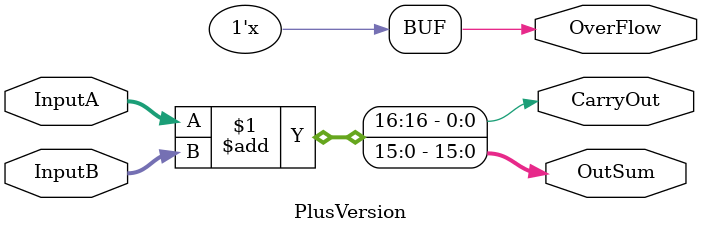
<source format=v>
module PlusVersion 
#(parameter WIDTH=16)(InputA,
                    InputB,
                    OutSum,
                    CarryOut,
                    OverFlow
                    );
    input [WIDTH-1:0] InputA,InputB;
    output [WIDTH-1:0] OutSum;
    output CarryOut,OverFlow;

    assign {CarryOut,OutSum}=InputA+InputB;
    assign OverFlow = (InputA[31] ^ OutSum[31]) & (InputB[31] ^ OutSum[31]);

endmodule
</source>
